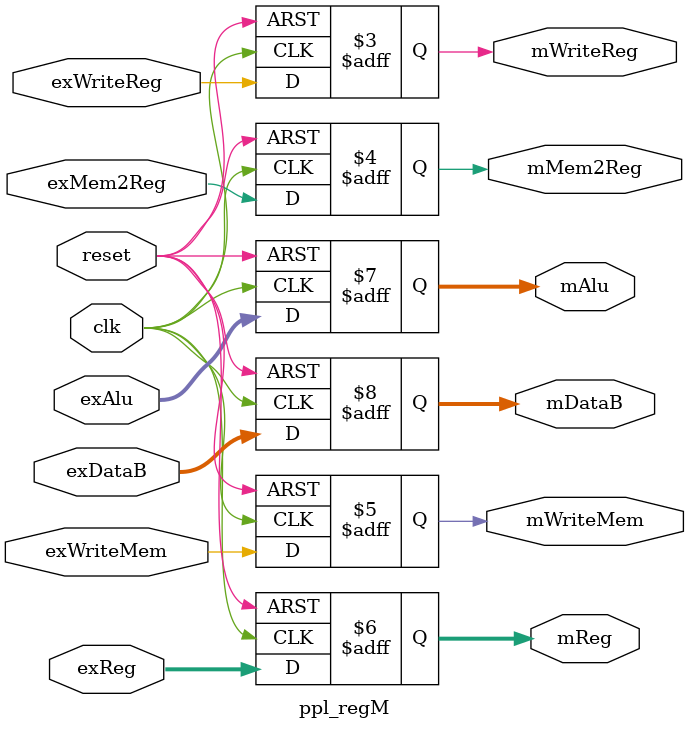
<source format=v>
module ppl_regM (clk, reset,
                exWriteReg, exMem2Reg, exWriteMem, exAlu, exReg, exDataB,
                mWriteReg, mMem2Reg, mWriteMem, mAlu, mReg, mDataB);
    input           clk, reset;

    input           exWriteReg, exMem2Reg, exWriteMem;
    input   [4:0]   exReg;
    input   [31:0]  exAlu, exDataB;

    output          mWriteReg, mMem2Reg, mWriteMem;
    reg             mWriteReg, mMem2Reg, mWriteMem;
    output  [4:0]   mReg;
    reg     [4:0]   mReg;
    output  [31:0]  mAlu, mDataB;
    reg     [31:0]  mAlu, mDataB;

    always @ (posedge clk or negedge reset) begin
        if (reset == 0) begin
            mWriteReg <= 0;
            mMem2Reg <= 0;
            mWriteMem <= 0;
            mAlu <= 0;
            mReg <= 0;
            mDataB <= 0;
        end else begin
            mWriteReg <= exWriteReg;
            mMem2Reg <= exMem2Reg;
            mWriteMem <= exWriteMem;
            mAlu <= exAlu;
            mReg <= exReg;
            mDataB <= exDataB;
        end
    end
endmodule // ppl_regM

</source>
